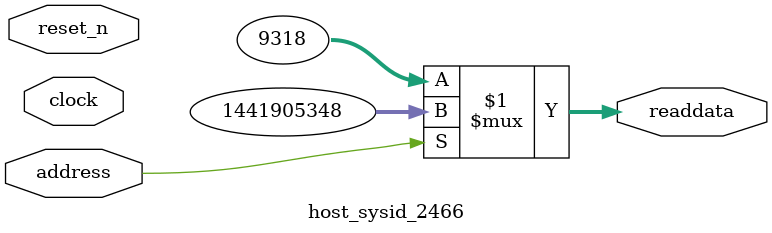
<source format=v>

`timescale 1ns / 1ps
// synthesis translate_on

// turn off superfluous verilog processor warnings 
// altera message_level Level1 
// altera message_off 10034 10035 10036 10037 10230 10240 10030 

module host_sysid_2466 (
               // inputs:
                address,
                clock,
                reset_n,

               // outputs:
                readdata
             )
;

  output  [ 31: 0] readdata;
  input            address;
  input            clock;
  input            reset_n;

  wire    [ 31: 0] readdata;
  //control_slave, which is an e_avalon_slave
  assign readdata = address ? 1441905348 : 9318;

endmodule




</source>
